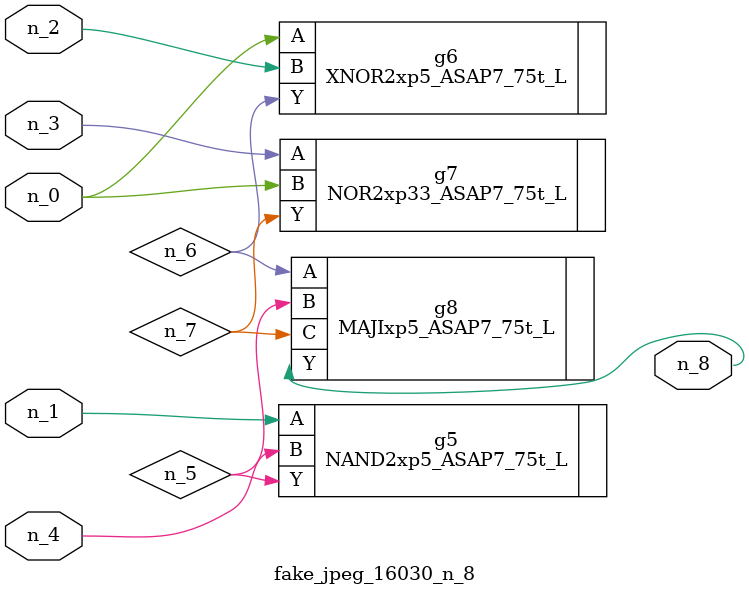
<source format=v>
module fake_jpeg_16030_n_8 (n_3, n_2, n_1, n_0, n_4, n_8);

input n_3;
input n_2;
input n_1;
input n_0;
input n_4;

output n_8;

wire n_6;
wire n_5;
wire n_7;

NAND2xp5_ASAP7_75t_L g5 ( 
.A(n_1),
.B(n_4),
.Y(n_5)
);

XNOR2xp5_ASAP7_75t_L g6 ( 
.A(n_0),
.B(n_2),
.Y(n_6)
);

NOR2xp33_ASAP7_75t_L g7 ( 
.A(n_3),
.B(n_0),
.Y(n_7)
);

MAJIxp5_ASAP7_75t_L g8 ( 
.A(n_6),
.B(n_5),
.C(n_7),
.Y(n_8)
);


endmodule
</source>
